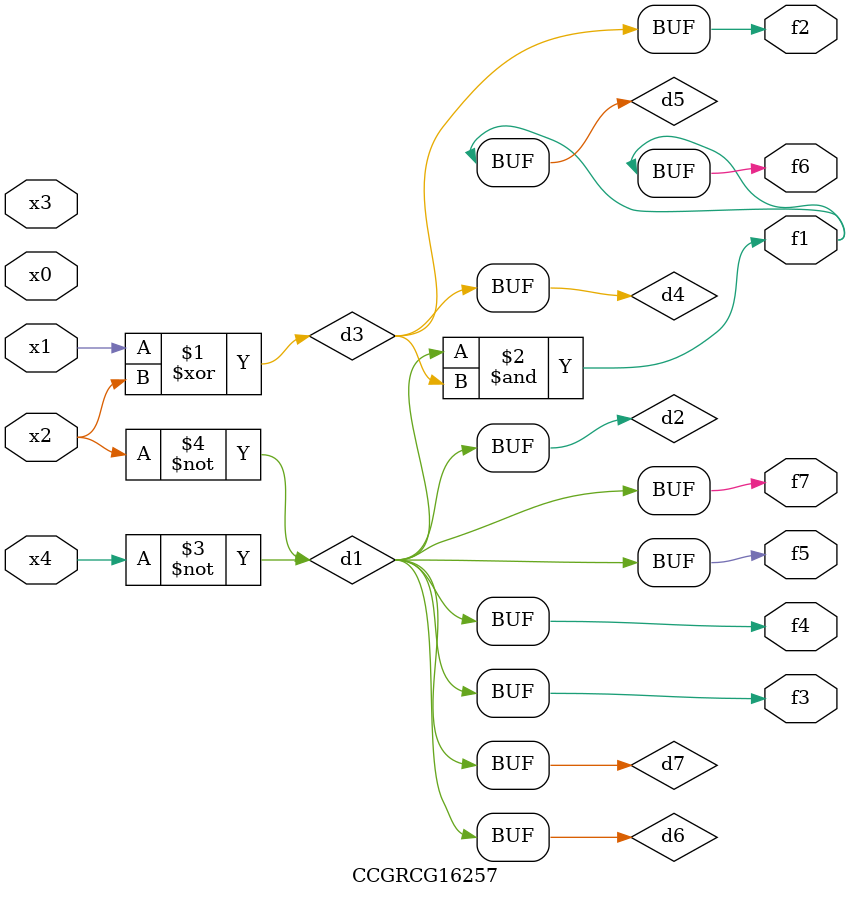
<source format=v>
module CCGRCG16257(
	input x0, x1, x2, x3, x4,
	output f1, f2, f3, f4, f5, f6, f7
);

	wire d1, d2, d3, d4, d5, d6, d7;

	not (d1, x4);
	not (d2, x2);
	xor (d3, x1, x2);
	buf (d4, d3);
	and (d5, d1, d3);
	buf (d6, d1, d2);
	buf (d7, d2);
	assign f1 = d5;
	assign f2 = d4;
	assign f3 = d7;
	assign f4 = d7;
	assign f5 = d7;
	assign f6 = d5;
	assign f7 = d7;
endmodule

</source>
